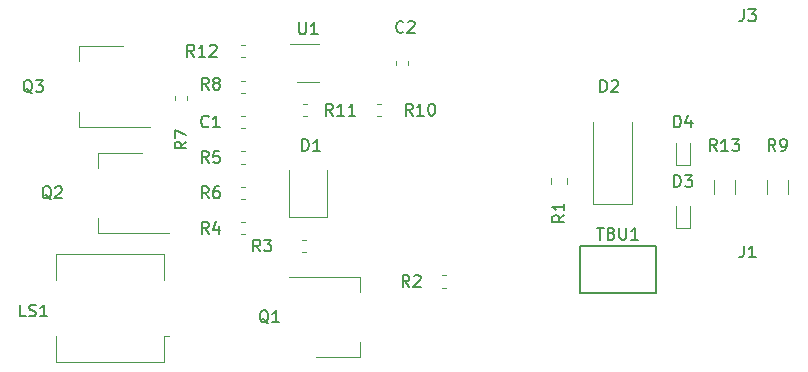
<source format=gbr>
G04 #@! TF.GenerationSoftware,KiCad,Pcbnew,5.1.6+dfsg1-1*
G04 #@! TF.CreationDate,2020-07-15T23:43:31+02:00*
G04 #@! TF.ProjectId,continuity,636f6e74-696e-4756-9974-792e6b696361,rev?*
G04 #@! TF.SameCoordinates,Original*
G04 #@! TF.FileFunction,Legend,Top*
G04 #@! TF.FilePolarity,Positive*
%FSLAX46Y46*%
G04 Gerber Fmt 4.6, Leading zero omitted, Abs format (unit mm)*
G04 Created by KiCad (PCBNEW 5.1.6+dfsg1-1) date 2020-07-15 23:43:31*
%MOMM*%
%LPD*%
G01*
G04 APERTURE LIST*
%ADD10C,0.120000*%
%ADD11C,0.150000*%
G04 APERTURE END LIST*
D10*
X104100000Y-94650000D02*
X104500000Y-94650000D01*
X104100000Y-96850000D02*
X104100000Y-94650000D01*
X104100000Y-89850000D02*
X104100000Y-87650000D01*
X94900000Y-89850000D02*
X94900000Y-87650000D01*
X94900000Y-87650000D02*
X104100000Y-87650000D01*
X94900000Y-96850000D02*
X94900000Y-94650000D01*
X104100000Y-96850000D02*
X94900000Y-96850000D01*
X96840000Y-70090000D02*
X96840000Y-71350000D01*
X96840000Y-76910000D02*
X96840000Y-75650000D01*
X100600000Y-70090000D02*
X96840000Y-70090000D01*
X102850000Y-76910000D02*
X96840000Y-76910000D01*
X114650000Y-80600000D02*
X114650000Y-84500000D01*
X117850000Y-80600000D02*
X117850000Y-84500000D01*
X114650000Y-84500000D02*
X117850000Y-84500000D01*
D11*
X145400000Y-87000000D02*
X139550000Y-87000000D01*
X139550000Y-87000000D02*
X139250000Y-87000000D01*
X139250000Y-87000000D02*
X139250000Y-88000000D01*
X139250000Y-88000000D02*
X139250000Y-90900000D01*
X139250000Y-90900000D02*
X139250000Y-90950000D01*
X139250000Y-90950000D02*
X145700000Y-90950000D01*
X145700000Y-90950000D02*
X145700000Y-87000000D01*
X145700000Y-87000000D02*
X145400000Y-87000000D01*
D10*
X136790000Y-81736252D02*
X136790000Y-81213748D01*
X138210000Y-81736252D02*
X138210000Y-81213748D01*
X150590000Y-82602064D02*
X150590000Y-81397936D01*
X152410000Y-82602064D02*
X152410000Y-81397936D01*
X156910000Y-81397936D02*
X156910000Y-82602064D01*
X155090000Y-81397936D02*
X155090000Y-82602064D01*
X115350000Y-73110000D02*
X117150000Y-73110000D01*
X117150000Y-69890000D02*
X114700000Y-69890000D01*
X110578733Y-69990000D02*
X110921267Y-69990000D01*
X110578733Y-71010000D02*
X110921267Y-71010000D01*
X116171267Y-76010000D02*
X115828733Y-76010000D01*
X116171267Y-74990000D02*
X115828733Y-74990000D01*
X122078733Y-74990000D02*
X122421267Y-74990000D01*
X122078733Y-76010000D02*
X122421267Y-76010000D01*
X110578733Y-72990000D02*
X110921267Y-72990000D01*
X110578733Y-74010000D02*
X110921267Y-74010000D01*
X106010000Y-74328733D02*
X106010000Y-74671267D01*
X104990000Y-74328733D02*
X104990000Y-74671267D01*
X110578733Y-81990000D02*
X110921267Y-81990000D01*
X110578733Y-83010000D02*
X110921267Y-83010000D01*
X110578733Y-78990000D02*
X110921267Y-78990000D01*
X110578733Y-80010000D02*
X110921267Y-80010000D01*
X110578733Y-84990000D02*
X110921267Y-84990000D01*
X110578733Y-86010000D02*
X110921267Y-86010000D01*
X115703733Y-86490000D02*
X116046267Y-86490000D01*
X115703733Y-87510000D02*
X116046267Y-87510000D01*
X127578733Y-89490000D02*
X127921267Y-89490000D01*
X127578733Y-90510000D02*
X127921267Y-90510000D01*
X98440000Y-79090000D02*
X98440000Y-80350000D01*
X98440000Y-85910000D02*
X98440000Y-84650000D01*
X102200000Y-79090000D02*
X98440000Y-79090000D01*
X104450000Y-85910000D02*
X98440000Y-85910000D01*
X120660000Y-96410000D02*
X120660000Y-95150000D01*
X120660000Y-89590000D02*
X120660000Y-90850000D01*
X116900000Y-96410000D02*
X120660000Y-96410000D01*
X114650000Y-89590000D02*
X120660000Y-89590000D01*
X147400000Y-80150000D02*
X148600000Y-80150000D01*
X147400000Y-78300000D02*
X147400000Y-80150000D01*
X148600000Y-78300000D02*
X148600000Y-80150000D01*
X147400000Y-85450000D02*
X148600000Y-85450000D01*
X147400000Y-83600000D02*
X147400000Y-85450000D01*
X148600000Y-83600000D02*
X148600000Y-85450000D01*
X140350000Y-83400000D02*
X143650000Y-83400000D01*
X143650000Y-83400000D02*
X143650000Y-76500000D01*
X140350000Y-83400000D02*
X140350000Y-76500000D01*
X123740000Y-71671267D02*
X123740000Y-71328733D01*
X124760000Y-71671267D02*
X124760000Y-71328733D01*
X110921267Y-77010000D02*
X110578733Y-77010000D01*
X110921267Y-75990000D02*
X110578733Y-75990000D01*
D11*
X153166666Y-66952380D02*
X153166666Y-67666666D01*
X153119047Y-67809523D01*
X153023809Y-67904761D01*
X152880952Y-67952380D01*
X152785714Y-67952380D01*
X153547619Y-66952380D02*
X154166666Y-66952380D01*
X153833333Y-67333333D01*
X153976190Y-67333333D01*
X154071428Y-67380952D01*
X154119047Y-67428571D01*
X154166666Y-67523809D01*
X154166666Y-67761904D01*
X154119047Y-67857142D01*
X154071428Y-67904761D01*
X153976190Y-67952380D01*
X153690476Y-67952380D01*
X153595238Y-67904761D01*
X153547619Y-67857142D01*
X153166666Y-86952380D02*
X153166666Y-87666666D01*
X153119047Y-87809523D01*
X153023809Y-87904761D01*
X152880952Y-87952380D01*
X152785714Y-87952380D01*
X154166666Y-87952380D02*
X153595238Y-87952380D01*
X153880952Y-87952380D02*
X153880952Y-86952380D01*
X153785714Y-87095238D01*
X153690476Y-87190476D01*
X153595238Y-87238095D01*
X92357142Y-92952380D02*
X91880952Y-92952380D01*
X91880952Y-91952380D01*
X92642857Y-92904761D02*
X92785714Y-92952380D01*
X93023809Y-92952380D01*
X93119047Y-92904761D01*
X93166666Y-92857142D01*
X93214285Y-92761904D01*
X93214285Y-92666666D01*
X93166666Y-92571428D01*
X93119047Y-92523809D01*
X93023809Y-92476190D01*
X92833333Y-92428571D01*
X92738095Y-92380952D01*
X92690476Y-92333333D01*
X92642857Y-92238095D01*
X92642857Y-92142857D01*
X92690476Y-92047619D01*
X92738095Y-92000000D01*
X92833333Y-91952380D01*
X93071428Y-91952380D01*
X93214285Y-92000000D01*
X94166666Y-92952380D02*
X93595238Y-92952380D01*
X93880952Y-92952380D02*
X93880952Y-91952380D01*
X93785714Y-92095238D01*
X93690476Y-92190476D01*
X93595238Y-92238095D01*
X92904761Y-74047619D02*
X92809523Y-74000000D01*
X92714285Y-73904761D01*
X92571428Y-73761904D01*
X92476190Y-73714285D01*
X92380952Y-73714285D01*
X92428571Y-73952380D02*
X92333333Y-73904761D01*
X92238095Y-73809523D01*
X92190476Y-73619047D01*
X92190476Y-73285714D01*
X92238095Y-73095238D01*
X92333333Y-73000000D01*
X92428571Y-72952380D01*
X92619047Y-72952380D01*
X92714285Y-73000000D01*
X92809523Y-73095238D01*
X92857142Y-73285714D01*
X92857142Y-73619047D01*
X92809523Y-73809523D01*
X92714285Y-73904761D01*
X92619047Y-73952380D01*
X92428571Y-73952380D01*
X93190476Y-72952380D02*
X93809523Y-72952380D01*
X93476190Y-73333333D01*
X93619047Y-73333333D01*
X93714285Y-73380952D01*
X93761904Y-73428571D01*
X93809523Y-73523809D01*
X93809523Y-73761904D01*
X93761904Y-73857142D01*
X93714285Y-73904761D01*
X93619047Y-73952380D01*
X93333333Y-73952380D01*
X93238095Y-73904761D01*
X93190476Y-73857142D01*
X115761904Y-78952380D02*
X115761904Y-77952380D01*
X116000000Y-77952380D01*
X116142857Y-78000000D01*
X116238095Y-78095238D01*
X116285714Y-78190476D01*
X116333333Y-78380952D01*
X116333333Y-78523809D01*
X116285714Y-78714285D01*
X116238095Y-78809523D01*
X116142857Y-78904761D01*
X116000000Y-78952380D01*
X115761904Y-78952380D01*
X117285714Y-78952380D02*
X116714285Y-78952380D01*
X117000000Y-78952380D02*
X117000000Y-77952380D01*
X116904761Y-78095238D01*
X116809523Y-78190476D01*
X116714285Y-78238095D01*
X140714285Y-85452380D02*
X141285714Y-85452380D01*
X141000000Y-86452380D02*
X141000000Y-85452380D01*
X141952380Y-85928571D02*
X142095238Y-85976190D01*
X142142857Y-86023809D01*
X142190476Y-86119047D01*
X142190476Y-86261904D01*
X142142857Y-86357142D01*
X142095238Y-86404761D01*
X142000000Y-86452380D01*
X141619047Y-86452380D01*
X141619047Y-85452380D01*
X141952380Y-85452380D01*
X142047619Y-85500000D01*
X142095238Y-85547619D01*
X142142857Y-85642857D01*
X142142857Y-85738095D01*
X142095238Y-85833333D01*
X142047619Y-85880952D01*
X141952380Y-85928571D01*
X141619047Y-85928571D01*
X142619047Y-85452380D02*
X142619047Y-86261904D01*
X142666666Y-86357142D01*
X142714285Y-86404761D01*
X142809523Y-86452380D01*
X143000000Y-86452380D01*
X143095238Y-86404761D01*
X143142857Y-86357142D01*
X143190476Y-86261904D01*
X143190476Y-85452380D01*
X144190476Y-86452380D02*
X143619047Y-86452380D01*
X143904761Y-86452380D02*
X143904761Y-85452380D01*
X143809523Y-85595238D01*
X143714285Y-85690476D01*
X143619047Y-85738095D01*
X137952380Y-84366666D02*
X137476190Y-84700000D01*
X137952380Y-84938095D02*
X136952380Y-84938095D01*
X136952380Y-84557142D01*
X137000000Y-84461904D01*
X137047619Y-84414285D01*
X137142857Y-84366666D01*
X137285714Y-84366666D01*
X137380952Y-84414285D01*
X137428571Y-84461904D01*
X137476190Y-84557142D01*
X137476190Y-84938095D01*
X137952380Y-83414285D02*
X137952380Y-83985714D01*
X137952380Y-83700000D02*
X136952380Y-83700000D01*
X137095238Y-83795238D01*
X137190476Y-83890476D01*
X137238095Y-83985714D01*
X150857142Y-78952380D02*
X150523809Y-78476190D01*
X150285714Y-78952380D02*
X150285714Y-77952380D01*
X150666666Y-77952380D01*
X150761904Y-78000000D01*
X150809523Y-78047619D01*
X150857142Y-78142857D01*
X150857142Y-78285714D01*
X150809523Y-78380952D01*
X150761904Y-78428571D01*
X150666666Y-78476190D01*
X150285714Y-78476190D01*
X151809523Y-78952380D02*
X151238095Y-78952380D01*
X151523809Y-78952380D02*
X151523809Y-77952380D01*
X151428571Y-78095238D01*
X151333333Y-78190476D01*
X151238095Y-78238095D01*
X152142857Y-77952380D02*
X152761904Y-77952380D01*
X152428571Y-78333333D01*
X152571428Y-78333333D01*
X152666666Y-78380952D01*
X152714285Y-78428571D01*
X152761904Y-78523809D01*
X152761904Y-78761904D01*
X152714285Y-78857142D01*
X152666666Y-78904761D01*
X152571428Y-78952380D01*
X152285714Y-78952380D01*
X152190476Y-78904761D01*
X152142857Y-78857142D01*
X155833333Y-78952380D02*
X155500000Y-78476190D01*
X155261904Y-78952380D02*
X155261904Y-77952380D01*
X155642857Y-77952380D01*
X155738095Y-78000000D01*
X155785714Y-78047619D01*
X155833333Y-78142857D01*
X155833333Y-78285714D01*
X155785714Y-78380952D01*
X155738095Y-78428571D01*
X155642857Y-78476190D01*
X155261904Y-78476190D01*
X156309523Y-78952380D02*
X156500000Y-78952380D01*
X156595238Y-78904761D01*
X156642857Y-78857142D01*
X156738095Y-78714285D01*
X156785714Y-78523809D01*
X156785714Y-78142857D01*
X156738095Y-78047619D01*
X156690476Y-78000000D01*
X156595238Y-77952380D01*
X156404761Y-77952380D01*
X156309523Y-78000000D01*
X156261904Y-78047619D01*
X156214285Y-78142857D01*
X156214285Y-78380952D01*
X156261904Y-78476190D01*
X156309523Y-78523809D01*
X156404761Y-78571428D01*
X156595238Y-78571428D01*
X156690476Y-78523809D01*
X156738095Y-78476190D01*
X156785714Y-78380952D01*
X115488095Y-68052380D02*
X115488095Y-68861904D01*
X115535714Y-68957142D01*
X115583333Y-69004761D01*
X115678571Y-69052380D01*
X115869047Y-69052380D01*
X115964285Y-69004761D01*
X116011904Y-68957142D01*
X116059523Y-68861904D01*
X116059523Y-68052380D01*
X117059523Y-69052380D02*
X116488095Y-69052380D01*
X116773809Y-69052380D02*
X116773809Y-68052380D01*
X116678571Y-68195238D01*
X116583333Y-68290476D01*
X116488095Y-68338095D01*
X106607142Y-70952380D02*
X106273809Y-70476190D01*
X106035714Y-70952380D02*
X106035714Y-69952380D01*
X106416666Y-69952380D01*
X106511904Y-70000000D01*
X106559523Y-70047619D01*
X106607142Y-70142857D01*
X106607142Y-70285714D01*
X106559523Y-70380952D01*
X106511904Y-70428571D01*
X106416666Y-70476190D01*
X106035714Y-70476190D01*
X107559523Y-70952380D02*
X106988095Y-70952380D01*
X107273809Y-70952380D02*
X107273809Y-69952380D01*
X107178571Y-70095238D01*
X107083333Y-70190476D01*
X106988095Y-70238095D01*
X107940476Y-70047619D02*
X107988095Y-70000000D01*
X108083333Y-69952380D01*
X108321428Y-69952380D01*
X108416666Y-70000000D01*
X108464285Y-70047619D01*
X108511904Y-70142857D01*
X108511904Y-70238095D01*
X108464285Y-70380952D01*
X107892857Y-70952380D01*
X108511904Y-70952380D01*
X118357142Y-75952380D02*
X118023809Y-75476190D01*
X117785714Y-75952380D02*
X117785714Y-74952380D01*
X118166666Y-74952380D01*
X118261904Y-75000000D01*
X118309523Y-75047619D01*
X118357142Y-75142857D01*
X118357142Y-75285714D01*
X118309523Y-75380952D01*
X118261904Y-75428571D01*
X118166666Y-75476190D01*
X117785714Y-75476190D01*
X119309523Y-75952380D02*
X118738095Y-75952380D01*
X119023809Y-75952380D02*
X119023809Y-74952380D01*
X118928571Y-75095238D01*
X118833333Y-75190476D01*
X118738095Y-75238095D01*
X120261904Y-75952380D02*
X119690476Y-75952380D01*
X119976190Y-75952380D02*
X119976190Y-74952380D01*
X119880952Y-75095238D01*
X119785714Y-75190476D01*
X119690476Y-75238095D01*
X125107142Y-75952380D02*
X124773809Y-75476190D01*
X124535714Y-75952380D02*
X124535714Y-74952380D01*
X124916666Y-74952380D01*
X125011904Y-75000000D01*
X125059523Y-75047619D01*
X125107142Y-75142857D01*
X125107142Y-75285714D01*
X125059523Y-75380952D01*
X125011904Y-75428571D01*
X124916666Y-75476190D01*
X124535714Y-75476190D01*
X126059523Y-75952380D02*
X125488095Y-75952380D01*
X125773809Y-75952380D02*
X125773809Y-74952380D01*
X125678571Y-75095238D01*
X125583333Y-75190476D01*
X125488095Y-75238095D01*
X126678571Y-74952380D02*
X126773809Y-74952380D01*
X126869047Y-75000000D01*
X126916666Y-75047619D01*
X126964285Y-75142857D01*
X127011904Y-75333333D01*
X127011904Y-75571428D01*
X126964285Y-75761904D01*
X126916666Y-75857142D01*
X126869047Y-75904761D01*
X126773809Y-75952380D01*
X126678571Y-75952380D01*
X126583333Y-75904761D01*
X126535714Y-75857142D01*
X126488095Y-75761904D01*
X126440476Y-75571428D01*
X126440476Y-75333333D01*
X126488095Y-75142857D01*
X126535714Y-75047619D01*
X126583333Y-75000000D01*
X126678571Y-74952380D01*
X107833333Y-73752380D02*
X107500000Y-73276190D01*
X107261904Y-73752380D02*
X107261904Y-72752380D01*
X107642857Y-72752380D01*
X107738095Y-72800000D01*
X107785714Y-72847619D01*
X107833333Y-72942857D01*
X107833333Y-73085714D01*
X107785714Y-73180952D01*
X107738095Y-73228571D01*
X107642857Y-73276190D01*
X107261904Y-73276190D01*
X108404761Y-73180952D02*
X108309523Y-73133333D01*
X108261904Y-73085714D01*
X108214285Y-72990476D01*
X108214285Y-72942857D01*
X108261904Y-72847619D01*
X108309523Y-72800000D01*
X108404761Y-72752380D01*
X108595238Y-72752380D01*
X108690476Y-72800000D01*
X108738095Y-72847619D01*
X108785714Y-72942857D01*
X108785714Y-72990476D01*
X108738095Y-73085714D01*
X108690476Y-73133333D01*
X108595238Y-73180952D01*
X108404761Y-73180952D01*
X108309523Y-73228571D01*
X108261904Y-73276190D01*
X108214285Y-73371428D01*
X108214285Y-73561904D01*
X108261904Y-73657142D01*
X108309523Y-73704761D01*
X108404761Y-73752380D01*
X108595238Y-73752380D01*
X108690476Y-73704761D01*
X108738095Y-73657142D01*
X108785714Y-73561904D01*
X108785714Y-73371428D01*
X108738095Y-73276190D01*
X108690476Y-73228571D01*
X108595238Y-73180952D01*
X105952380Y-78166666D02*
X105476190Y-78500000D01*
X105952380Y-78738095D02*
X104952380Y-78738095D01*
X104952380Y-78357142D01*
X105000000Y-78261904D01*
X105047619Y-78214285D01*
X105142857Y-78166666D01*
X105285714Y-78166666D01*
X105380952Y-78214285D01*
X105428571Y-78261904D01*
X105476190Y-78357142D01*
X105476190Y-78738095D01*
X104952380Y-77833333D02*
X104952380Y-77166666D01*
X105952380Y-77595238D01*
X107833333Y-82952380D02*
X107500000Y-82476190D01*
X107261904Y-82952380D02*
X107261904Y-81952380D01*
X107642857Y-81952380D01*
X107738095Y-82000000D01*
X107785714Y-82047619D01*
X107833333Y-82142857D01*
X107833333Y-82285714D01*
X107785714Y-82380952D01*
X107738095Y-82428571D01*
X107642857Y-82476190D01*
X107261904Y-82476190D01*
X108690476Y-81952380D02*
X108500000Y-81952380D01*
X108404761Y-82000000D01*
X108357142Y-82047619D01*
X108261904Y-82190476D01*
X108214285Y-82380952D01*
X108214285Y-82761904D01*
X108261904Y-82857142D01*
X108309523Y-82904761D01*
X108404761Y-82952380D01*
X108595238Y-82952380D01*
X108690476Y-82904761D01*
X108738095Y-82857142D01*
X108785714Y-82761904D01*
X108785714Y-82523809D01*
X108738095Y-82428571D01*
X108690476Y-82380952D01*
X108595238Y-82333333D01*
X108404761Y-82333333D01*
X108309523Y-82380952D01*
X108261904Y-82428571D01*
X108214285Y-82523809D01*
X107833333Y-79952380D02*
X107500000Y-79476190D01*
X107261904Y-79952380D02*
X107261904Y-78952380D01*
X107642857Y-78952380D01*
X107738095Y-79000000D01*
X107785714Y-79047619D01*
X107833333Y-79142857D01*
X107833333Y-79285714D01*
X107785714Y-79380952D01*
X107738095Y-79428571D01*
X107642857Y-79476190D01*
X107261904Y-79476190D01*
X108738095Y-78952380D02*
X108261904Y-78952380D01*
X108214285Y-79428571D01*
X108261904Y-79380952D01*
X108357142Y-79333333D01*
X108595238Y-79333333D01*
X108690476Y-79380952D01*
X108738095Y-79428571D01*
X108785714Y-79523809D01*
X108785714Y-79761904D01*
X108738095Y-79857142D01*
X108690476Y-79904761D01*
X108595238Y-79952380D01*
X108357142Y-79952380D01*
X108261904Y-79904761D01*
X108214285Y-79857142D01*
X107833333Y-85952380D02*
X107500000Y-85476190D01*
X107261904Y-85952380D02*
X107261904Y-84952380D01*
X107642857Y-84952380D01*
X107738095Y-85000000D01*
X107785714Y-85047619D01*
X107833333Y-85142857D01*
X107833333Y-85285714D01*
X107785714Y-85380952D01*
X107738095Y-85428571D01*
X107642857Y-85476190D01*
X107261904Y-85476190D01*
X108690476Y-85285714D02*
X108690476Y-85952380D01*
X108452380Y-84904761D02*
X108214285Y-85619047D01*
X108833333Y-85619047D01*
X112208333Y-87452380D02*
X111875000Y-86976190D01*
X111636904Y-87452380D02*
X111636904Y-86452380D01*
X112017857Y-86452380D01*
X112113095Y-86500000D01*
X112160714Y-86547619D01*
X112208333Y-86642857D01*
X112208333Y-86785714D01*
X112160714Y-86880952D01*
X112113095Y-86928571D01*
X112017857Y-86976190D01*
X111636904Y-86976190D01*
X112541666Y-86452380D02*
X113160714Y-86452380D01*
X112827380Y-86833333D01*
X112970238Y-86833333D01*
X113065476Y-86880952D01*
X113113095Y-86928571D01*
X113160714Y-87023809D01*
X113160714Y-87261904D01*
X113113095Y-87357142D01*
X113065476Y-87404761D01*
X112970238Y-87452380D01*
X112684523Y-87452380D01*
X112589285Y-87404761D01*
X112541666Y-87357142D01*
X124833333Y-90452380D02*
X124500000Y-89976190D01*
X124261904Y-90452380D02*
X124261904Y-89452380D01*
X124642857Y-89452380D01*
X124738095Y-89500000D01*
X124785714Y-89547619D01*
X124833333Y-89642857D01*
X124833333Y-89785714D01*
X124785714Y-89880952D01*
X124738095Y-89928571D01*
X124642857Y-89976190D01*
X124261904Y-89976190D01*
X125214285Y-89547619D02*
X125261904Y-89500000D01*
X125357142Y-89452380D01*
X125595238Y-89452380D01*
X125690476Y-89500000D01*
X125738095Y-89547619D01*
X125785714Y-89642857D01*
X125785714Y-89738095D01*
X125738095Y-89880952D01*
X125166666Y-90452380D01*
X125785714Y-90452380D01*
X94504761Y-83047619D02*
X94409523Y-83000000D01*
X94314285Y-82904761D01*
X94171428Y-82761904D01*
X94076190Y-82714285D01*
X93980952Y-82714285D01*
X94028571Y-82952380D02*
X93933333Y-82904761D01*
X93838095Y-82809523D01*
X93790476Y-82619047D01*
X93790476Y-82285714D01*
X93838095Y-82095238D01*
X93933333Y-82000000D01*
X94028571Y-81952380D01*
X94219047Y-81952380D01*
X94314285Y-82000000D01*
X94409523Y-82095238D01*
X94457142Y-82285714D01*
X94457142Y-82619047D01*
X94409523Y-82809523D01*
X94314285Y-82904761D01*
X94219047Y-82952380D01*
X94028571Y-82952380D01*
X94838095Y-82047619D02*
X94885714Y-82000000D01*
X94980952Y-81952380D01*
X95219047Y-81952380D01*
X95314285Y-82000000D01*
X95361904Y-82047619D01*
X95409523Y-82142857D01*
X95409523Y-82238095D01*
X95361904Y-82380952D01*
X94790476Y-82952380D01*
X95409523Y-82952380D01*
X112904761Y-93547619D02*
X112809523Y-93500000D01*
X112714285Y-93404761D01*
X112571428Y-93261904D01*
X112476190Y-93214285D01*
X112380952Y-93214285D01*
X112428571Y-93452380D02*
X112333333Y-93404761D01*
X112238095Y-93309523D01*
X112190476Y-93119047D01*
X112190476Y-92785714D01*
X112238095Y-92595238D01*
X112333333Y-92500000D01*
X112428571Y-92452380D01*
X112619047Y-92452380D01*
X112714285Y-92500000D01*
X112809523Y-92595238D01*
X112857142Y-92785714D01*
X112857142Y-93119047D01*
X112809523Y-93309523D01*
X112714285Y-93404761D01*
X112619047Y-93452380D01*
X112428571Y-93452380D01*
X113809523Y-93452380D02*
X113238095Y-93452380D01*
X113523809Y-93452380D02*
X113523809Y-92452380D01*
X113428571Y-92595238D01*
X113333333Y-92690476D01*
X113238095Y-92738095D01*
X147261904Y-76952380D02*
X147261904Y-75952380D01*
X147500000Y-75952380D01*
X147642857Y-76000000D01*
X147738095Y-76095238D01*
X147785714Y-76190476D01*
X147833333Y-76380952D01*
X147833333Y-76523809D01*
X147785714Y-76714285D01*
X147738095Y-76809523D01*
X147642857Y-76904761D01*
X147500000Y-76952380D01*
X147261904Y-76952380D01*
X148690476Y-76285714D02*
X148690476Y-76952380D01*
X148452380Y-75904761D02*
X148214285Y-76619047D01*
X148833333Y-76619047D01*
X147261904Y-82002380D02*
X147261904Y-81002380D01*
X147500000Y-81002380D01*
X147642857Y-81050000D01*
X147738095Y-81145238D01*
X147785714Y-81240476D01*
X147833333Y-81430952D01*
X147833333Y-81573809D01*
X147785714Y-81764285D01*
X147738095Y-81859523D01*
X147642857Y-81954761D01*
X147500000Y-82002380D01*
X147261904Y-82002380D01*
X148166666Y-81002380D02*
X148785714Y-81002380D01*
X148452380Y-81383333D01*
X148595238Y-81383333D01*
X148690476Y-81430952D01*
X148738095Y-81478571D01*
X148785714Y-81573809D01*
X148785714Y-81811904D01*
X148738095Y-81907142D01*
X148690476Y-81954761D01*
X148595238Y-82002380D01*
X148309523Y-82002380D01*
X148214285Y-81954761D01*
X148166666Y-81907142D01*
X141011904Y-73952380D02*
X141011904Y-72952380D01*
X141250000Y-72952380D01*
X141392857Y-73000000D01*
X141488095Y-73095238D01*
X141535714Y-73190476D01*
X141583333Y-73380952D01*
X141583333Y-73523809D01*
X141535714Y-73714285D01*
X141488095Y-73809523D01*
X141392857Y-73904761D01*
X141250000Y-73952380D01*
X141011904Y-73952380D01*
X141964285Y-73047619D02*
X142011904Y-73000000D01*
X142107142Y-72952380D01*
X142345238Y-72952380D01*
X142440476Y-73000000D01*
X142488095Y-73047619D01*
X142535714Y-73142857D01*
X142535714Y-73238095D01*
X142488095Y-73380952D01*
X141916666Y-73952380D01*
X142535714Y-73952380D01*
X124333333Y-68857142D02*
X124285714Y-68904761D01*
X124142857Y-68952380D01*
X124047619Y-68952380D01*
X123904761Y-68904761D01*
X123809523Y-68809523D01*
X123761904Y-68714285D01*
X123714285Y-68523809D01*
X123714285Y-68380952D01*
X123761904Y-68190476D01*
X123809523Y-68095238D01*
X123904761Y-68000000D01*
X124047619Y-67952380D01*
X124142857Y-67952380D01*
X124285714Y-68000000D01*
X124333333Y-68047619D01*
X124714285Y-68047619D02*
X124761904Y-68000000D01*
X124857142Y-67952380D01*
X125095238Y-67952380D01*
X125190476Y-68000000D01*
X125238095Y-68047619D01*
X125285714Y-68142857D01*
X125285714Y-68238095D01*
X125238095Y-68380952D01*
X124666666Y-68952380D01*
X125285714Y-68952380D01*
X107833333Y-76857142D02*
X107785714Y-76904761D01*
X107642857Y-76952380D01*
X107547619Y-76952380D01*
X107404761Y-76904761D01*
X107309523Y-76809523D01*
X107261904Y-76714285D01*
X107214285Y-76523809D01*
X107214285Y-76380952D01*
X107261904Y-76190476D01*
X107309523Y-76095238D01*
X107404761Y-76000000D01*
X107547619Y-75952380D01*
X107642857Y-75952380D01*
X107785714Y-76000000D01*
X107833333Y-76047619D01*
X108785714Y-76952380D02*
X108214285Y-76952380D01*
X108500000Y-76952380D02*
X108500000Y-75952380D01*
X108404761Y-76095238D01*
X108309523Y-76190476D01*
X108214285Y-76238095D01*
M02*

</source>
